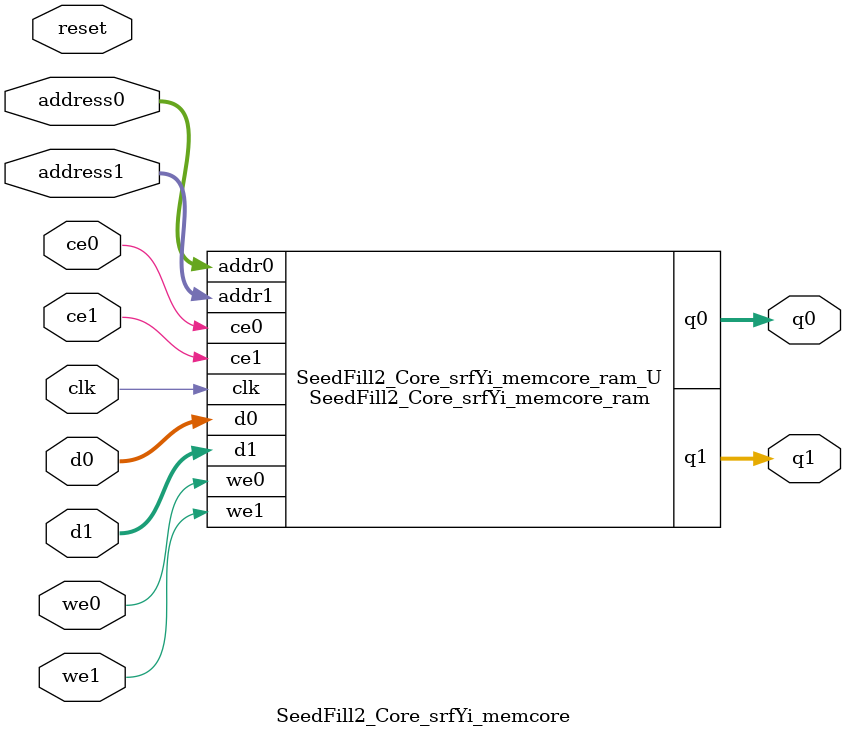
<source format=v>

`timescale 1 ns / 1 ps
module SeedFill2_Core_srfYi_memcore_ram (addr0, ce0, d0, we0, q0, addr1, ce1, d1, we1, q1,  clk);

parameter DWIDTH = 8;
parameter AWIDTH = 19;
parameter MEM_SIZE = 500000;

input[AWIDTH-1:0] addr0;
input ce0;
input[DWIDTH-1:0] d0;
input we0;
output reg[DWIDTH-1:0] q0;
input[AWIDTH-1:0] addr1;
input ce1;
input[DWIDTH-1:0] d1;
input we1;
output reg[DWIDTH-1:0] q1;
input clk;

(* ram_style = "block" *)reg [DWIDTH-1:0] ram[0:MEM_SIZE-1];




always @(posedge clk)  
begin 
    if (ce0) 
    begin
        if (we0) 
        begin 
            ram[addr0] <= d0; 
            q0 <= d0;
        end 
        else 
            q0 <= ram[addr0];
    end
end


always @(posedge clk)  
begin 
    if (ce1) 
    begin
        if (we1) 
        begin 
            ram[addr1] <= d1; 
            q1 <= d1;
        end 
        else 
            q1 <= ram[addr1];
    end
end


endmodule


`timescale 1 ns / 1 ps
module SeedFill2_Core_srfYi_memcore(
    reset,
    clk,
    address0,
    ce0,
    we0,
    d0,
    q0,
    address1,
    ce1,
    we1,
    d1,
    q1);

parameter DataWidth = 32'd8;
parameter AddressRange = 32'd500000;
parameter AddressWidth = 32'd19;
input reset;
input clk;
input[AddressWidth - 1:0] address0;
input ce0;
input we0;
input[DataWidth - 1:0] d0;
output[DataWidth - 1:0] q0;
input[AddressWidth - 1:0] address1;
input ce1;
input we1;
input[DataWidth - 1:0] d1;
output[DataWidth - 1:0] q1;



SeedFill2_Core_srfYi_memcore_ram SeedFill2_Core_srfYi_memcore_ram_U(
    .clk( clk ),
    .addr0( address0 ),
    .ce0( ce0 ),
    .we0( we0 ),
    .d0( d0 ),
    .q0( q0 ),
    .addr1( address1 ),
    .ce1( ce1 ),
    .we1( we1 ),
    .d1( d1 ),
    .q1( q1 ));

endmodule


</source>
